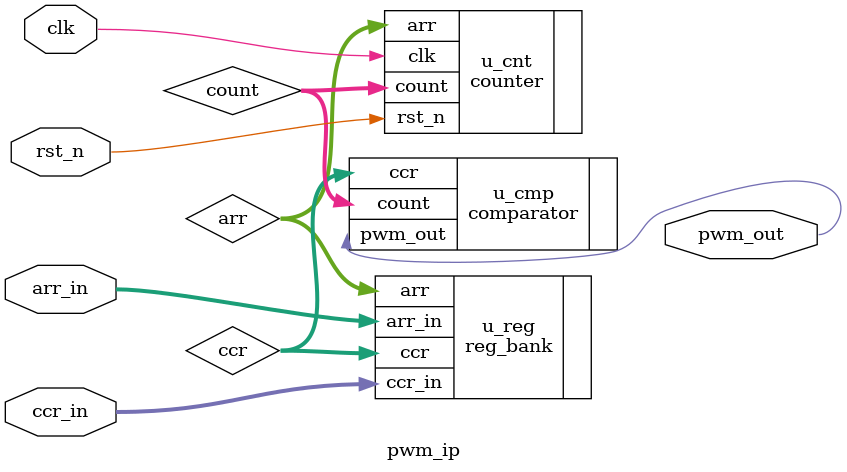
<source format=v>
module pwm_ip (
    input  wire clk,
    input  wire rst_n,
    input  wire [15:0] arr_in,
    input  wire [15:0] ccr_in,
    output wire pwm_out
);

    wire [15:0] arr, ccr;
    wire [15:0] count;

    // Register bank
    reg_bank u_reg (
        .arr_in(arr_in),
        .ccr_in(ccr_in),
        .arr(arr),
        .ccr(ccr)
    );

    // Counter
    counter u_cnt (
        .clk(clk),
        .rst_n(rst_n),
        .arr(arr),
        .count(count)
    );

    // Comparator
    comparator u_cmp (
        .count(count),
        .ccr(ccr),
        .pwm_out(pwm_out)
    );

endmodule

</source>
